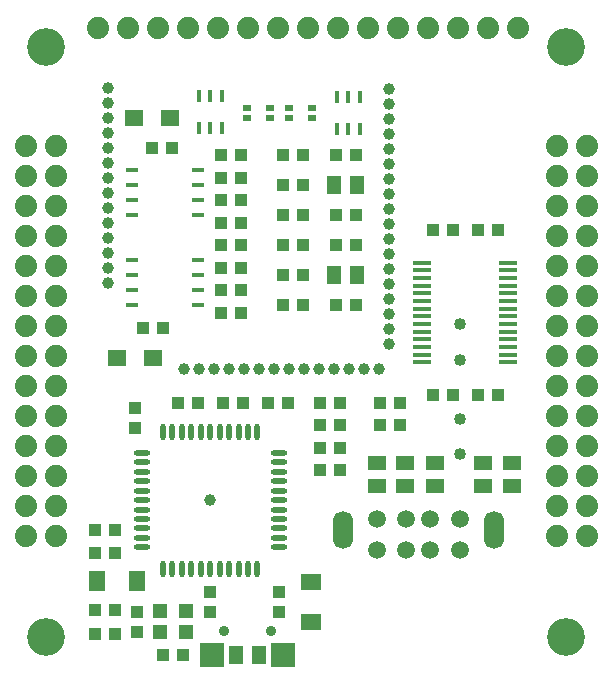
<source format=gbs>
G04 (created by PCBNEW (2013-07-07 BZR 4022)-stable) date 2015/3/10 10:19:11*
%MOIN*%
G04 Gerber Fmt 3.4, Leading zero omitted, Abs format*
%FSLAX34Y34*%
G01*
G70*
G90*
G04 APERTURE LIST*
%ADD10C,0.00590551*%
%ADD11R,0.0511X0.059*%
%ADD12R,0.059X0.0511*%
%ADD13R,0.0393X0.0433*%
%ADD14R,0.015748X0.0393701*%
%ADD15R,0.081X0.081*%
%ADD16C,0.0354331*%
%ADD17C,0.126*%
%ADD18O,0.0551X0.0177*%
%ADD19O,0.0177X0.0551*%
%ADD20C,0.0393*%
%ADD21R,0.059X0.015*%
%ADD22R,0.0255906X0.019685*%
%ADD23C,0.04*%
%ADD24R,0.0433X0.0393*%
%ADD25R,0.0551X0.0708*%
%ADD26R,0.0708X0.0551*%
%ADD27R,0.0511811X0.0452756*%
%ADD28R,0.0629X0.0551*%
%ADD29R,0.0393701X0.015748*%
%ADD30C,0.0393701*%
%ADD31C,0.074*%
%ADD32C,0.0590551*%
%ADD33O,0.0669291X0.125984*%
G04 APERTURE END LIST*
G54D10*
G54D11*
X42636Y-36500D03*
X41888Y-36500D03*
G54D12*
X43300Y-45776D03*
X43300Y-46524D03*
X46850Y-45776D03*
X46850Y-46524D03*
X47800Y-46524D03*
X47800Y-45776D03*
G54D11*
X38626Y-52150D03*
X39374Y-52150D03*
X41888Y-39500D03*
X42636Y-39500D03*
G54D12*
X45250Y-45776D03*
X45250Y-46524D03*
X44250Y-45776D03*
X44250Y-46524D03*
G54D13*
X36666Y-43750D03*
X37334Y-43750D03*
G54D14*
X42356Y-33566D03*
X42750Y-33566D03*
X42750Y-34629D03*
X42356Y-34629D03*
X41962Y-34629D03*
X41962Y-33566D03*
X37756Y-34583D03*
X37362Y-34583D03*
X37362Y-33520D03*
X37756Y-33520D03*
X38150Y-33520D03*
X38150Y-34583D03*
G54D15*
X37818Y-52150D03*
X40181Y-52150D03*
G54D16*
X38212Y-51362D03*
X39787Y-51362D03*
G54D17*
X49606Y-51574D03*
X49606Y-31889D03*
G54D18*
X40033Y-45426D03*
X40033Y-45741D03*
X40033Y-46056D03*
X40033Y-46371D03*
X40033Y-46686D03*
X40033Y-47000D03*
X40033Y-47314D03*
X40033Y-47629D03*
X40033Y-47944D03*
X40033Y-48259D03*
X40033Y-48574D03*
G54D19*
X39324Y-49283D03*
X39009Y-49283D03*
X38694Y-49283D03*
X38379Y-49283D03*
X38064Y-49283D03*
X37750Y-49283D03*
X37436Y-49283D03*
X37121Y-49283D03*
X36806Y-49283D03*
X36491Y-49283D03*
X36176Y-49283D03*
G54D18*
X35467Y-48574D03*
X35467Y-48259D03*
X35467Y-47944D03*
X35467Y-47629D03*
X35467Y-47314D03*
X35467Y-47000D03*
X35467Y-46686D03*
X35467Y-46371D03*
X35467Y-46056D03*
X35467Y-45741D03*
X35467Y-45426D03*
G54D19*
X36176Y-44717D03*
X36491Y-44717D03*
X36806Y-44717D03*
X37121Y-44717D03*
X37436Y-44717D03*
X37750Y-44717D03*
X38064Y-44717D03*
X38379Y-44717D03*
X38694Y-44717D03*
X39009Y-44717D03*
X39324Y-44717D03*
G54D20*
X37750Y-47000D03*
G54D21*
X44823Y-42413D03*
X44823Y-42157D03*
X44823Y-41901D03*
X44823Y-41645D03*
X44823Y-41389D03*
X44823Y-41133D03*
X44823Y-40877D03*
X44823Y-40623D03*
X44823Y-40367D03*
X44823Y-40111D03*
X44823Y-39855D03*
X44823Y-39599D03*
X44823Y-39343D03*
X44823Y-39087D03*
X47677Y-39087D03*
X47677Y-39343D03*
X47677Y-39599D03*
X47677Y-39855D03*
X47677Y-40111D03*
X47677Y-40367D03*
X47677Y-40623D03*
X47677Y-40877D03*
X47677Y-41133D03*
X47677Y-41389D03*
X47677Y-41645D03*
X47677Y-41901D03*
X47677Y-42157D03*
X47677Y-42413D03*
G54D22*
X40382Y-33922D03*
X40382Y-34277D03*
X41130Y-34277D03*
X41130Y-33922D03*
X39730Y-34277D03*
X39730Y-33922D03*
X38982Y-33922D03*
X38982Y-34277D03*
G54D23*
X46062Y-45472D03*
X46062Y-44290D03*
G54D13*
X38122Y-37750D03*
X38790Y-37750D03*
X38122Y-36250D03*
X38790Y-36250D03*
X40178Y-39500D03*
X40846Y-39500D03*
G54D24*
X37750Y-50066D03*
X37750Y-50734D03*
G54D13*
X41416Y-45250D03*
X42084Y-45250D03*
X40334Y-43750D03*
X39666Y-43750D03*
G54D24*
X35250Y-44584D03*
X35250Y-43916D03*
X40050Y-50066D03*
X40050Y-50734D03*
G54D13*
X38122Y-37000D03*
X38790Y-37000D03*
X38122Y-39250D03*
X38790Y-39250D03*
X38122Y-40750D03*
X38790Y-40750D03*
X38122Y-35500D03*
X38790Y-35500D03*
X33916Y-48750D03*
X34584Y-48750D03*
X46666Y-43500D03*
X47334Y-43500D03*
X38122Y-38500D03*
X38790Y-38500D03*
X38122Y-40000D03*
X38790Y-40000D03*
G54D25*
X33981Y-49700D03*
X35319Y-49700D03*
G54D26*
X41100Y-49731D03*
X41100Y-51069D03*
G54D27*
X36066Y-50695D03*
X36933Y-50695D03*
X36933Y-51404D03*
X36066Y-51404D03*
G54D28*
X35216Y-34250D03*
X36396Y-34250D03*
X34660Y-42250D03*
X35840Y-42250D03*
G54D24*
X42084Y-43750D03*
X41416Y-43750D03*
X42084Y-44500D03*
X41416Y-44500D03*
G54D13*
X35300Y-51384D03*
X35300Y-50716D03*
G54D24*
X36166Y-52150D03*
X36834Y-52150D03*
X38834Y-43750D03*
X38166Y-43750D03*
X34584Y-48000D03*
X33916Y-48000D03*
X41416Y-46000D03*
X42084Y-46000D03*
X43416Y-43750D03*
X44084Y-43750D03*
X45166Y-43500D03*
X45834Y-43500D03*
X47334Y-38000D03*
X46666Y-38000D03*
X43416Y-44500D03*
X44084Y-44500D03*
X45166Y-38000D03*
X45834Y-38000D03*
X35822Y-35250D03*
X36490Y-35250D03*
X35522Y-41250D03*
X36190Y-41250D03*
X41928Y-35500D03*
X42596Y-35500D03*
X40846Y-37500D03*
X40178Y-37500D03*
X40178Y-36500D03*
X40846Y-36500D03*
X40178Y-40500D03*
X40846Y-40500D03*
X42596Y-38500D03*
X41928Y-38500D03*
X42596Y-37500D03*
X41928Y-37500D03*
X41928Y-40500D03*
X42596Y-40500D03*
X40846Y-35500D03*
X40178Y-35500D03*
X40178Y-38500D03*
X40846Y-38500D03*
G54D29*
X37356Y-36000D03*
X37356Y-36500D03*
X37356Y-37000D03*
X37356Y-37500D03*
X35156Y-36000D03*
X35156Y-36500D03*
X35156Y-37000D03*
X35156Y-37500D03*
X37356Y-39000D03*
X37356Y-39500D03*
X37356Y-40000D03*
X37356Y-40500D03*
X35156Y-39000D03*
X35156Y-39500D03*
X35156Y-40000D03*
X35156Y-40500D03*
G54D30*
X34346Y-33260D03*
X34346Y-33760D03*
X34346Y-34260D03*
X34346Y-34760D03*
X34346Y-35260D03*
X34346Y-35760D03*
X34346Y-36260D03*
X34346Y-36760D03*
X34346Y-37260D03*
X34346Y-37760D03*
X34346Y-38260D03*
X34346Y-38760D03*
X34346Y-39260D03*
X34346Y-39760D03*
X43372Y-42640D03*
X42872Y-42640D03*
X42372Y-42640D03*
X41872Y-42640D03*
X41372Y-42640D03*
X40872Y-42640D03*
X40372Y-42640D03*
X39872Y-42640D03*
X39372Y-42640D03*
X38872Y-42640D03*
X38372Y-42640D03*
X37872Y-42640D03*
X37372Y-42640D03*
X36872Y-42640D03*
G54D23*
X46062Y-42323D03*
X46062Y-41141D03*
G54D17*
X32283Y-31889D03*
X32283Y-51574D03*
G54D31*
X37000Y-31250D03*
X38000Y-31250D03*
X39000Y-31250D03*
X40000Y-31250D03*
X41000Y-31250D03*
X42000Y-31250D03*
X43000Y-31250D03*
X44000Y-31250D03*
X45000Y-31250D03*
X46000Y-31250D03*
X47000Y-31250D03*
X48000Y-31250D03*
G54D32*
X44291Y-48661D03*
X45078Y-48661D03*
X44291Y-47637D03*
X45078Y-47637D03*
X43307Y-47637D03*
X43307Y-48661D03*
X46062Y-47637D03*
X46062Y-48661D03*
G54D33*
X42165Y-47992D03*
X47204Y-47992D03*
G54D31*
X49300Y-41200D03*
X50300Y-41200D03*
X49300Y-42200D03*
X50300Y-42200D03*
X49300Y-43200D03*
X50300Y-43200D03*
X49300Y-44200D03*
X50300Y-44200D03*
X49300Y-45200D03*
X50300Y-45200D03*
X49300Y-46200D03*
X50300Y-46200D03*
X49300Y-47200D03*
X50300Y-47200D03*
X49300Y-48200D03*
X50300Y-48200D03*
G54D13*
X34584Y-50650D03*
X33916Y-50650D03*
G54D24*
X34584Y-51450D03*
X33916Y-51450D03*
G54D31*
X31600Y-35200D03*
X32600Y-35200D03*
X31600Y-36200D03*
X32600Y-36200D03*
X31600Y-37200D03*
X32600Y-37200D03*
X31600Y-38200D03*
X32600Y-38200D03*
X31600Y-39200D03*
X32600Y-39200D03*
X31600Y-40200D03*
X32600Y-40200D03*
X31600Y-41200D03*
X32600Y-41200D03*
X32600Y-48200D03*
X31600Y-48200D03*
X32600Y-47200D03*
X31600Y-47200D03*
X32600Y-46200D03*
X31600Y-46200D03*
X32600Y-45200D03*
X31600Y-45200D03*
X32600Y-44200D03*
X31600Y-44200D03*
X32600Y-43200D03*
X31600Y-43200D03*
X32600Y-42200D03*
X31600Y-42200D03*
X49300Y-35200D03*
X50300Y-35200D03*
X49300Y-36200D03*
X50300Y-36200D03*
X49300Y-37200D03*
X50300Y-37200D03*
X49300Y-38200D03*
X50300Y-38200D03*
X49300Y-39200D03*
X50300Y-39200D03*
X49300Y-40200D03*
X50300Y-40200D03*
X34000Y-31250D03*
X35000Y-31250D03*
X36000Y-31250D03*
G54D30*
X43725Y-33290D03*
X43725Y-33790D03*
X43725Y-34290D03*
X43725Y-34790D03*
X43725Y-35290D03*
X43725Y-35790D03*
X43725Y-36290D03*
X43725Y-36790D03*
X43725Y-37290D03*
X43725Y-37790D03*
X43725Y-38290D03*
X43725Y-38790D03*
X43725Y-39290D03*
X43725Y-39790D03*
X43725Y-40290D03*
X43725Y-40790D03*
X43725Y-41290D03*
X43725Y-41790D03*
M02*

</source>
